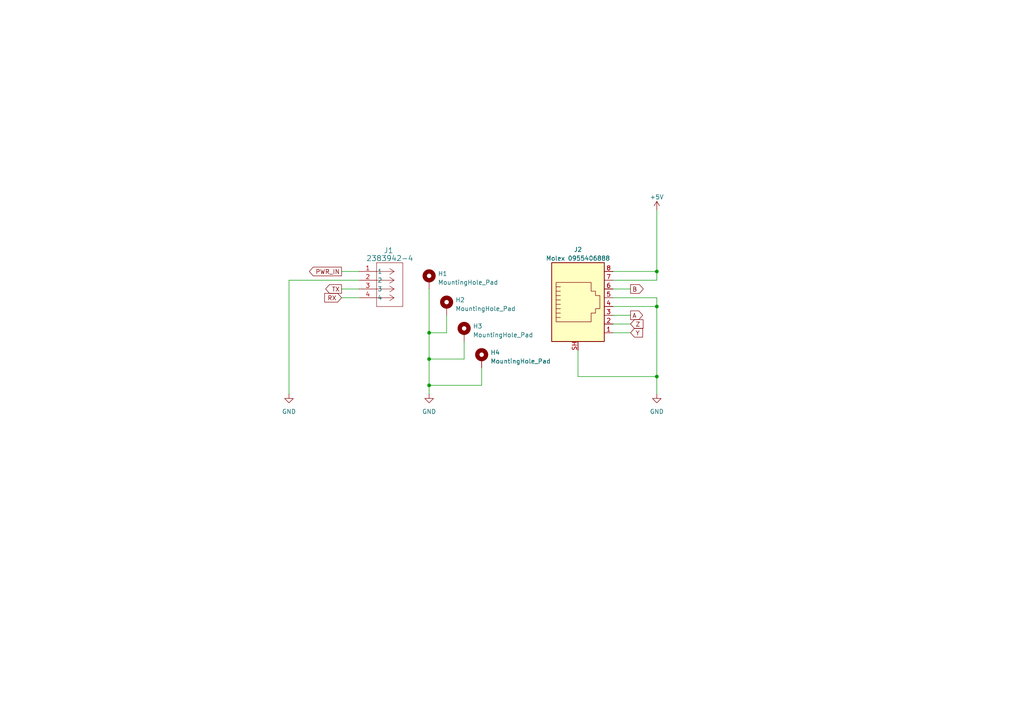
<source format=kicad_sch>
(kicad_sch (version 20230121) (generator eeschema)

  (uuid 8e90bf01-d2d6-4491-b2b7-57995b2389a0)

  (paper "A4")

  (title_block
    (title "M.E.S.S.I Basic")
    (date "2024-01-19")
    (rev "2")
    (company "Desert Shed Studio")
  )

  (lib_symbols
    (symbol "Connector:8P8C_Shielded" (pin_names (offset 1.016)) (in_bom yes) (on_board yes)
      (property "Reference" "J" (at -5.08 13.97 0)
        (effects (font (size 1.27 1.27)) (justify right))
      )
      (property "Value" "8P8C_Shielded" (at 2.54 13.97 0)
        (effects (font (size 1.27 1.27)) (justify left))
      )
      (property "Footprint" "" (at 0 0.635 90)
        (effects (font (size 1.27 1.27)) hide)
      )
      (property "Datasheet" "~" (at 0 0.635 90)
        (effects (font (size 1.27 1.27)) hide)
      )
      (property "ki_keywords" "8P8C RJ socket connector" (at 0 0 0)
        (effects (font (size 1.27 1.27)) hide)
      )
      (property "ki_description" "RJ connector, 8P8C (8 positions 8 connected), RJ31/RJ32/RJ33/RJ34/RJ35/RJ41/RJ45/RJ49/RJ61, Shielded" (at 0 0 0)
        (effects (font (size 1.27 1.27)) hide)
      )
      (property "ki_fp_filters" "8P8C* RJ31* RJ32* RJ33* RJ34* RJ35* RJ41* RJ45* RJ49* RJ61*" (at 0 0 0)
        (effects (font (size 1.27 1.27)) hide)
      )
      (symbol "8P8C_Shielded_0_1"
        (polyline
          (pts
            (xy -5.08 4.445)
            (xy -6.35 4.445)
          )
          (stroke (width 0) (type default))
          (fill (type none))
        )
        (polyline
          (pts
            (xy -5.08 5.715)
            (xy -6.35 5.715)
          )
          (stroke (width 0) (type default))
          (fill (type none))
        )
        (polyline
          (pts
            (xy -6.35 -3.175)
            (xy -5.08 -3.175)
            (xy -5.08 -3.175)
          )
          (stroke (width 0) (type default))
          (fill (type none))
        )
        (polyline
          (pts
            (xy -6.35 -1.905)
            (xy -5.08 -1.905)
            (xy -5.08 -1.905)
          )
          (stroke (width 0) (type default))
          (fill (type none))
        )
        (polyline
          (pts
            (xy -6.35 -0.635)
            (xy -5.08 -0.635)
            (xy -5.08 -0.635)
          )
          (stroke (width 0) (type default))
          (fill (type none))
        )
        (polyline
          (pts
            (xy -6.35 0.635)
            (xy -5.08 0.635)
            (xy -5.08 0.635)
          )
          (stroke (width 0) (type default))
          (fill (type none))
        )
        (polyline
          (pts
            (xy -6.35 1.905)
            (xy -5.08 1.905)
            (xy -5.08 1.905)
          )
          (stroke (width 0) (type default))
          (fill (type none))
        )
        (polyline
          (pts
            (xy -5.08 3.175)
            (xy -6.35 3.175)
            (xy -6.35 3.175)
          )
          (stroke (width 0) (type default))
          (fill (type none))
        )
        (polyline
          (pts
            (xy -6.35 -4.445)
            (xy -6.35 6.985)
            (xy 3.81 6.985)
            (xy 3.81 4.445)
            (xy 5.08 4.445)
            (xy 5.08 3.175)
            (xy 6.35 3.175)
            (xy 6.35 -0.635)
            (xy 5.08 -0.635)
            (xy 5.08 -1.905)
            (xy 3.81 -1.905)
            (xy 3.81 -4.445)
            (xy -6.35 -4.445)
            (xy -6.35 -4.445)
          )
          (stroke (width 0) (type default))
          (fill (type none))
        )
        (rectangle (start 7.62 12.7) (end -7.62 -10.16)
          (stroke (width 0.254) (type default))
          (fill (type background))
        )
      )
      (symbol "8P8C_Shielded_1_1"
        (pin passive line (at 10.16 -7.62 180) (length 2.54)
          (name "~" (effects (font (size 1.27 1.27))))
          (number "1" (effects (font (size 1.27 1.27))))
        )
        (pin passive line (at 10.16 -5.08 180) (length 2.54)
          (name "~" (effects (font (size 1.27 1.27))))
          (number "2" (effects (font (size 1.27 1.27))))
        )
        (pin passive line (at 10.16 -2.54 180) (length 2.54)
          (name "~" (effects (font (size 1.27 1.27))))
          (number "3" (effects (font (size 1.27 1.27))))
        )
        (pin passive line (at 10.16 0 180) (length 2.54)
          (name "~" (effects (font (size 1.27 1.27))))
          (number "4" (effects (font (size 1.27 1.27))))
        )
        (pin passive line (at 10.16 2.54 180) (length 2.54)
          (name "~" (effects (font (size 1.27 1.27))))
          (number "5" (effects (font (size 1.27 1.27))))
        )
        (pin passive line (at 10.16 5.08 180) (length 2.54)
          (name "~" (effects (font (size 1.27 1.27))))
          (number "6" (effects (font (size 1.27 1.27))))
        )
        (pin passive line (at 10.16 7.62 180) (length 2.54)
          (name "~" (effects (font (size 1.27 1.27))))
          (number "7" (effects (font (size 1.27 1.27))))
        )
        (pin passive line (at 10.16 10.16 180) (length 2.54)
          (name "~" (effects (font (size 1.27 1.27))))
          (number "8" (effects (font (size 1.27 1.27))))
        )
        (pin passive line (at 0 -12.7 90) (length 2.54)
          (name "~" (effects (font (size 1.27 1.27))))
          (number "SH" (effects (font (size 1.27 1.27))))
        )
      )
    )
    (symbol "Custom_symbols:TE_2383942-4" (pin_names (offset 0.254)) (in_bom yes) (on_board yes)
      (property "Reference" "J" (at 8.89 6.35 0)
        (effects (font (size 1.524 1.524)))
      )
      (property "Value" "2383942-4" (at 10.16 -15.24 0)
        (effects (font (size 1.524 1.524)) hide)
      )
      (property "Footprint" "Custom_Footprints:TE_23823942-4" (at 7.62 -12.7 0)
        (effects (font (size 1.27 1.27) italic) hide)
      )
      (property "Datasheet" "https://www.te.com/commerce/DocumentDelivery/DDEController?Action=showdoc&DocId=Customer+Drawing%7F2383942%7FA1%7Fpdf%7FEnglish%7FENG_CD_2383942_A1.pdf%7F2383942-4" (at 10.16 -17.78 0)
        (effects (font (size 1.27 1.27) italic) hide)
      )
      (property "ki_keywords" "2383942-4" (at 0 0 0)
        (effects (font (size 1.27 1.27)) hide)
      )
      (property "ki_description" "TE Screw Terminal 4-POS wire to board" (at 0 0 0)
        (effects (font (size 1.27 1.27)) hide)
      )
      (property "ki_fp_filters" "CONN4_2383942-4_TEC" (at 0 0 0)
        (effects (font (size 1.27 1.27)) hide)
      )
      (symbol "TE_2383942-4_1_1"
        (polyline
          (pts
            (xy 5.08 -10.16)
            (xy 12.7 -10.16)
          )
          (stroke (width 0.127) (type default))
          (fill (type none))
        )
        (polyline
          (pts
            (xy 5.08 2.54)
            (xy 5.08 -10.16)
          )
          (stroke (width 0.127) (type default))
          (fill (type none))
        )
        (polyline
          (pts
            (xy 10.16 -7.62)
            (xy 5.08 -7.62)
          )
          (stroke (width 0.127) (type default))
          (fill (type none))
        )
        (polyline
          (pts
            (xy 10.16 -7.62)
            (xy 8.89 -8.4667)
          )
          (stroke (width 0.127) (type default))
          (fill (type none))
        )
        (polyline
          (pts
            (xy 10.16 -7.62)
            (xy 8.89 -6.7733)
          )
          (stroke (width 0.127) (type default))
          (fill (type none))
        )
        (polyline
          (pts
            (xy 10.16 -5.08)
            (xy 5.08 -5.08)
          )
          (stroke (width 0.127) (type default))
          (fill (type none))
        )
        (polyline
          (pts
            (xy 10.16 -5.08)
            (xy 8.89 -5.9267)
          )
          (stroke (width 0.127) (type default))
          (fill (type none))
        )
        (polyline
          (pts
            (xy 10.16 -5.08)
            (xy 8.89 -4.2333)
          )
          (stroke (width 0.127) (type default))
          (fill (type none))
        )
        (polyline
          (pts
            (xy 10.16 -2.54)
            (xy 5.08 -2.54)
          )
          (stroke (width 0.127) (type default))
          (fill (type none))
        )
        (polyline
          (pts
            (xy 10.16 -2.54)
            (xy 8.89 -3.3867)
          )
          (stroke (width 0.127) (type default))
          (fill (type none))
        )
        (polyline
          (pts
            (xy 10.16 -2.54)
            (xy 8.89 -1.6933)
          )
          (stroke (width 0.127) (type default))
          (fill (type none))
        )
        (polyline
          (pts
            (xy 10.16 0)
            (xy 5.08 0)
          )
          (stroke (width 0.127) (type default))
          (fill (type none))
        )
        (polyline
          (pts
            (xy 10.16 0)
            (xy 8.89 -0.8467)
          )
          (stroke (width 0.127) (type default))
          (fill (type none))
        )
        (polyline
          (pts
            (xy 10.16 0)
            (xy 8.89 0.8467)
          )
          (stroke (width 0.127) (type default))
          (fill (type none))
        )
        (polyline
          (pts
            (xy 12.7 -10.16)
            (xy 12.7 2.54)
          )
          (stroke (width 0.127) (type default))
          (fill (type none))
        )
        (polyline
          (pts
            (xy 12.7 2.54)
            (xy 5.08 2.54)
          )
          (stroke (width 0.127) (type default))
          (fill (type none))
        )
        (pin power_out line (at 0 0 0) (length 5.08)
          (name "1" (effects (font (size 1.27 1.27))))
          (number "1" (effects (font (size 1.27 1.27))))
        )
        (pin power_out line (at 0 -2.54 0) (length 5.08)
          (name "2" (effects (font (size 1.27 1.27))))
          (number "2" (effects (font (size 1.27 1.27))))
        )
        (pin bidirectional line (at 0 -5.08 0) (length 5.08)
          (name "3" (effects (font (size 1.27 1.27))))
          (number "3" (effects (font (size 1.27 1.27))))
        )
        (pin bidirectional line (at 0 -7.62 0) (length 5.08)
          (name "4" (effects (font (size 1.27 1.27))))
          (number "4" (effects (font (size 1.27 1.27))))
        )
      )
      (symbol "TE_2383942-4_1_2"
        (polyline
          (pts
            (xy 5.08 -10.16)
            (xy 12.7 -10.16)
          )
          (stroke (width 0.127) (type default))
          (fill (type none))
        )
        (polyline
          (pts
            (xy 5.08 2.54)
            (xy 5.08 -10.16)
          )
          (stroke (width 0.127) (type default))
          (fill (type none))
        )
        (polyline
          (pts
            (xy 7.62 -7.62)
            (xy 5.08 -7.62)
          )
          (stroke (width 0.127) (type default))
          (fill (type none))
        )
        (polyline
          (pts
            (xy 7.62 -7.62)
            (xy 8.89 -8.4667)
          )
          (stroke (width 0.127) (type default))
          (fill (type none))
        )
        (polyline
          (pts
            (xy 7.62 -7.62)
            (xy 8.89 -6.7733)
          )
          (stroke (width 0.127) (type default))
          (fill (type none))
        )
        (polyline
          (pts
            (xy 7.62 -5.08)
            (xy 5.08 -5.08)
          )
          (stroke (width 0.127) (type default))
          (fill (type none))
        )
        (polyline
          (pts
            (xy 7.62 -5.08)
            (xy 8.89 -5.9267)
          )
          (stroke (width 0.127) (type default))
          (fill (type none))
        )
        (polyline
          (pts
            (xy 7.62 -5.08)
            (xy 8.89 -4.2333)
          )
          (stroke (width 0.127) (type default))
          (fill (type none))
        )
        (polyline
          (pts
            (xy 7.62 -2.54)
            (xy 5.08 -2.54)
          )
          (stroke (width 0.127) (type default))
          (fill (type none))
        )
        (polyline
          (pts
            (xy 7.62 -2.54)
            (xy 8.89 -3.3867)
          )
          (stroke (width 0.127) (type default))
          (fill (type none))
        )
        (polyline
          (pts
            (xy 7.62 -2.54)
            (xy 8.89 -1.6933)
          )
          (stroke (width 0.127) (type default))
          (fill (type none))
        )
        (polyline
          (pts
            (xy 7.62 0)
            (xy 5.08 0)
          )
          (stroke (width 0.127) (type default))
          (fill (type none))
        )
        (polyline
          (pts
            (xy 7.62 0)
            (xy 8.89 -0.8467)
          )
          (stroke (width 0.127) (type default))
          (fill (type none))
        )
        (polyline
          (pts
            (xy 7.62 0)
            (xy 8.89 0.8467)
          )
          (stroke (width 0.127) (type default))
          (fill (type none))
        )
        (polyline
          (pts
            (xy 12.7 -10.16)
            (xy 12.7 2.54)
          )
          (stroke (width 0.127) (type default))
          (fill (type none))
        )
        (polyline
          (pts
            (xy 12.7 2.54)
            (xy 5.08 2.54)
          )
          (stroke (width 0.127) (type default))
          (fill (type none))
        )
        (pin unspecified line (at 0 0 0) (length 5.08)
          (name "1" (effects (font (size 1.27 1.27))))
          (number "1" (effects (font (size 1.27 1.27))))
        )
        (pin unspecified line (at 0 -2.54 0) (length 5.08)
          (name "2" (effects (font (size 1.27 1.27))))
          (number "2" (effects (font (size 1.27 1.27))))
        )
        (pin unspecified line (at 0 -5.08 0) (length 5.08)
          (name "3" (effects (font (size 1.27 1.27))))
          (number "3" (effects (font (size 1.27 1.27))))
        )
        (pin unspecified line (at 0 -7.62 0) (length 5.08)
          (name "4" (effects (font (size 1.27 1.27))))
          (number "4" (effects (font (size 1.27 1.27))))
        )
      )
    )
    (symbol "Mechanical:MountingHole_Pad" (pin_numbers hide) (pin_names (offset 1.016) hide) (in_bom yes) (on_board yes)
      (property "Reference" "H" (at 0 6.35 0)
        (effects (font (size 1.27 1.27)))
      )
      (property "Value" "MountingHole_Pad" (at 0 4.445 0)
        (effects (font (size 1.27 1.27)))
      )
      (property "Footprint" "" (at 0 0 0)
        (effects (font (size 1.27 1.27)) hide)
      )
      (property "Datasheet" "~" (at 0 0 0)
        (effects (font (size 1.27 1.27)) hide)
      )
      (property "ki_keywords" "mounting hole" (at 0 0 0)
        (effects (font (size 1.27 1.27)) hide)
      )
      (property "ki_description" "Mounting Hole with connection" (at 0 0 0)
        (effects (font (size 1.27 1.27)) hide)
      )
      (property "ki_fp_filters" "MountingHole*Pad*" (at 0 0 0)
        (effects (font (size 1.27 1.27)) hide)
      )
      (symbol "MountingHole_Pad_0_1"
        (circle (center 0 1.27) (radius 1.27)
          (stroke (width 1.27) (type default))
          (fill (type none))
        )
      )
      (symbol "MountingHole_Pad_1_1"
        (pin input line (at 0 -2.54 90) (length 2.54)
          (name "1" (effects (font (size 1.27 1.27))))
          (number "1" (effects (font (size 1.27 1.27))))
        )
      )
    )
    (symbol "power:+5V" (power) (pin_names (offset 0)) (in_bom yes) (on_board yes)
      (property "Reference" "#PWR" (at 0 -3.81 0)
        (effects (font (size 1.27 1.27)) hide)
      )
      (property "Value" "+5V" (at 0 3.556 0)
        (effects (font (size 1.27 1.27)))
      )
      (property "Footprint" "" (at 0 0 0)
        (effects (font (size 1.27 1.27)) hide)
      )
      (property "Datasheet" "" (at 0 0 0)
        (effects (font (size 1.27 1.27)) hide)
      )
      (property "ki_keywords" "global power" (at 0 0 0)
        (effects (font (size 1.27 1.27)) hide)
      )
      (property "ki_description" "Power symbol creates a global label with name \"+5V\"" (at 0 0 0)
        (effects (font (size 1.27 1.27)) hide)
      )
      (symbol "+5V_0_1"
        (polyline
          (pts
            (xy -0.762 1.27)
            (xy 0 2.54)
          )
          (stroke (width 0) (type default))
          (fill (type none))
        )
        (polyline
          (pts
            (xy 0 0)
            (xy 0 2.54)
          )
          (stroke (width 0) (type default))
          (fill (type none))
        )
        (polyline
          (pts
            (xy 0 2.54)
            (xy 0.762 1.27)
          )
          (stroke (width 0) (type default))
          (fill (type none))
        )
      )
      (symbol "+5V_1_1"
        (pin power_in line (at 0 0 90) (length 0) hide
          (name "+5V" (effects (font (size 1.27 1.27))))
          (number "1" (effects (font (size 1.27 1.27))))
        )
      )
    )
    (symbol "power:GND" (power) (pin_names (offset 0)) (in_bom yes) (on_board yes)
      (property "Reference" "#PWR" (at 0 -6.35 0)
        (effects (font (size 1.27 1.27)) hide)
      )
      (property "Value" "GND" (at 0 -3.81 0)
        (effects (font (size 1.27 1.27)))
      )
      (property "Footprint" "" (at 0 0 0)
        (effects (font (size 1.27 1.27)) hide)
      )
      (property "Datasheet" "" (at 0 0 0)
        (effects (font (size 1.27 1.27)) hide)
      )
      (property "ki_keywords" "global power" (at 0 0 0)
        (effects (font (size 1.27 1.27)) hide)
      )
      (property "ki_description" "Power symbol creates a global label with name \"GND\" , ground" (at 0 0 0)
        (effects (font (size 1.27 1.27)) hide)
      )
      (symbol "GND_0_1"
        (polyline
          (pts
            (xy 0 0)
            (xy 0 -1.27)
            (xy 1.27 -1.27)
            (xy 0 -2.54)
            (xy -1.27 -1.27)
            (xy 0 -1.27)
          )
          (stroke (width 0) (type default))
          (fill (type none))
        )
      )
      (symbol "GND_1_1"
        (pin power_in line (at 0 0 270) (length 0) hide
          (name "GND" (effects (font (size 1.27 1.27))))
          (number "1" (effects (font (size 1.27 1.27))))
        )
      )
    )
  )

  (junction (at 190.5 109.22) (diameter 0) (color 0 0 0 0)
    (uuid 318c77a5-77dc-47dc-9609-8ba23d6ac58f)
  )
  (junction (at 124.46 104.14) (diameter 0) (color 0 0 0 0)
    (uuid 40a85a1c-0254-4a09-aa77-e0b98f33327b)
  )
  (junction (at 124.46 111.76) (diameter 0) (color 0 0 0 0)
    (uuid 9324ced1-a06e-4a72-8e2a-865013ff65d2)
  )
  (junction (at 190.5 78.74) (diameter 0) (color 0 0 0 0)
    (uuid a63703d5-38cd-4915-8aaa-f104fbcab27b)
  )
  (junction (at 124.46 96.52) (diameter 0) (color 0 0 0 0)
    (uuid b6c6f1bf-fe93-4292-acb5-5680a59fb591)
  )
  (junction (at 190.5 88.9) (diameter 0) (color 0 0 0 0)
    (uuid db7ee41d-b0f4-4e49-88a6-7e6bbe3eb319)
  )

  (wire (pts (xy 124.46 111.76) (xy 124.46 114.3))
    (stroke (width 0) (type default))
    (uuid 04fa95df-337f-4086-919a-90bcc2c16ff5)
  )
  (wire (pts (xy 99.06 83.82) (xy 104.14 83.82))
    (stroke (width 0) (type default))
    (uuid 08c96e3e-8678-4f8b-9002-8eae4f6093ad)
  )
  (wire (pts (xy 167.64 101.6) (xy 167.64 109.22))
    (stroke (width 0) (type default))
    (uuid 0af9cbb7-c3bd-45d1-9725-88b362532cca)
  )
  (wire (pts (xy 139.7 106.68) (xy 139.7 111.76))
    (stroke (width 0) (type default))
    (uuid 109df421-f4b7-49e1-ac81-053368a9af80)
  )
  (wire (pts (xy 129.54 96.52) (xy 124.46 96.52))
    (stroke (width 0) (type default))
    (uuid 14ef3f91-f133-4b16-83b6-af9f5b6bb4a9)
  )
  (wire (pts (xy 83.82 81.28) (xy 83.82 114.3))
    (stroke (width 0) (type default))
    (uuid 167760c2-357b-4285-aecb-2a18d3955241)
  )
  (wire (pts (xy 177.8 96.52) (xy 182.88 96.52))
    (stroke (width 0) (type default))
    (uuid 1d5b4ae5-a3f6-48da-84a4-2ce20e5d0358)
  )
  (wire (pts (xy 99.06 78.74) (xy 104.14 78.74))
    (stroke (width 0) (type default))
    (uuid 22770d7b-49d6-4117-b1d7-e7217b68cbd3)
  )
  (wire (pts (xy 134.62 99.06) (xy 134.62 104.14))
    (stroke (width 0) (type default))
    (uuid 244fcca4-14c6-4f21-a36e-dc916b7975b9)
  )
  (wire (pts (xy 190.5 86.36) (xy 190.5 88.9))
    (stroke (width 0) (type default))
    (uuid 33d714d9-bd24-4c17-a0bb-46f5eef95611)
  )
  (wire (pts (xy 190.5 109.22) (xy 190.5 114.3))
    (stroke (width 0) (type default))
    (uuid 3792b3fb-fd83-47e7-b2c2-48bcc46f6ac0)
  )
  (wire (pts (xy 124.46 104.14) (xy 124.46 111.76))
    (stroke (width 0) (type default))
    (uuid 4d0ba2de-b7cc-473d-9a16-8d990569f42d)
  )
  (wire (pts (xy 177.8 88.9) (xy 190.5 88.9))
    (stroke (width 0) (type default))
    (uuid 4dc49dfd-b63a-42e4-b2ad-23d4ee76e498)
  )
  (wire (pts (xy 177.8 81.28) (xy 190.5 81.28))
    (stroke (width 0) (type default))
    (uuid 58314781-bd64-4195-bb45-673cc99b2841)
  )
  (wire (pts (xy 177.8 78.74) (xy 190.5 78.74))
    (stroke (width 0) (type default))
    (uuid 6ed1c1cd-0e32-4ecf-a1f2-c78b356d096b)
  )
  (wire (pts (xy 177.8 83.82) (xy 182.88 83.82))
    (stroke (width 0) (type default))
    (uuid 75ae4545-427e-42ae-aef3-04e312da8d80)
  )
  (wire (pts (xy 129.54 91.44) (xy 129.54 96.52))
    (stroke (width 0) (type default))
    (uuid 8babfebb-9536-481f-a01f-af86c67522d1)
  )
  (wire (pts (xy 177.8 86.36) (xy 190.5 86.36))
    (stroke (width 0) (type default))
    (uuid 95140775-7881-4c0d-96cf-df6e87d26272)
  )
  (wire (pts (xy 177.8 93.98) (xy 182.88 93.98))
    (stroke (width 0) (type default))
    (uuid a25dbb6f-5796-4711-92f8-9789221ab261)
  )
  (wire (pts (xy 124.46 83.82) (xy 124.46 96.52))
    (stroke (width 0) (type default))
    (uuid ad8807fe-bb21-4745-8331-30252a75a120)
  )
  (wire (pts (xy 99.06 86.36) (xy 104.14 86.36))
    (stroke (width 0) (type default))
    (uuid ae318bde-4f05-446e-aaed-0d049298bc36)
  )
  (wire (pts (xy 190.5 78.74) (xy 190.5 81.28))
    (stroke (width 0) (type default))
    (uuid b099117c-8772-4316-b1cc-576b06c16f4a)
  )
  (wire (pts (xy 190.5 60.96) (xy 190.5 78.74))
    (stroke (width 0) (type default))
    (uuid b81112af-f1eb-4e2b-96b9-21b4163582ee)
  )
  (wire (pts (xy 134.62 104.14) (xy 124.46 104.14))
    (stroke (width 0) (type default))
    (uuid bbf21acb-6a3a-49af-90aa-e3ae2076ce0b)
  )
  (wire (pts (xy 167.64 109.22) (xy 190.5 109.22))
    (stroke (width 0) (type default))
    (uuid c402889e-27e5-4b24-9dff-161f4b8a011d)
  )
  (wire (pts (xy 124.46 96.52) (xy 124.46 104.14))
    (stroke (width 0) (type default))
    (uuid c58f9d1c-9eb0-42ed-a677-5f10b1bde985)
  )
  (wire (pts (xy 139.7 111.76) (xy 124.46 111.76))
    (stroke (width 0) (type default))
    (uuid d6870b0f-31e5-43a6-bd33-df1448585cf3)
  )
  (wire (pts (xy 104.14 81.28) (xy 83.82 81.28))
    (stroke (width 0) (type default))
    (uuid da6172d9-6ca4-4454-a1c5-42a3e8384af0)
  )
  (wire (pts (xy 177.8 91.44) (xy 182.88 91.44))
    (stroke (width 0) (type default))
    (uuid ef7a9f4f-378f-49aa-92a7-123718e0ba92)
  )
  (wire (pts (xy 190.5 88.9) (xy 190.5 109.22))
    (stroke (width 0) (type default))
    (uuid fcbe1491-c830-4108-b0ed-a4e8ab197106)
  )

  (global_label "B" (shape output) (at 182.88 83.82 0) (fields_autoplaced)
    (effects (font (size 1.27 1.27)) (justify left))
    (uuid 39c8292f-a3d5-4081-97ca-7ad26bd6e64a)
    (property "Intersheetrefs" "${INTERSHEET_REFS}" (at 186.5631 83.8994 0)
      (effects (font (size 1.27 1.27)) (justify left) hide)
    )
  )
  (global_label "Y" (shape input) (at 182.88 96.52 0) (fields_autoplaced)
    (effects (font (size 1.27 1.27)) (justify left))
    (uuid 4e70f2fa-c71d-4df8-8c81-9c0a19b8ada5)
    (property "Intersheetrefs" "${INTERSHEET_REFS}" (at 186.3817 96.4406 0)
      (effects (font (size 1.27 1.27)) (justify left) hide)
    )
  )
  (global_label "Z" (shape input) (at 182.88 93.98 0) (fields_autoplaced)
    (effects (font (size 1.27 1.27)) (justify left))
    (uuid 6d2fb6b9-c492-485a-a6c9-4f1acb03cce3)
    (property "Intersheetrefs" "${INTERSHEET_REFS}" (at 186.5026 93.9006 0)
      (effects (font (size 1.27 1.27)) (justify left) hide)
    )
  )
  (global_label "RX" (shape input) (at 99.06 86.36 180) (fields_autoplaced)
    (effects (font (size 1.27 1.27)) (justify right))
    (uuid 73593d49-b5ce-49e9-8694-a78c74944b06)
    (property "Intersheetrefs" "${INTERSHEET_REFS}" (at 93.6747 86.36 0)
      (effects (font (size 1.27 1.27)) (justify right) hide)
    )
  )
  (global_label "A" (shape output) (at 182.88 91.44 0) (fields_autoplaced)
    (effects (font (size 1.27 1.27)) (justify left))
    (uuid 8784ce95-0247-41d3-8e11-60aa5195ea2d)
    (property "Intersheetrefs" "${INTERSHEET_REFS}" (at 186.3817 91.3606 0)
      (effects (font (size 1.27 1.27)) (justify left) hide)
    )
  )
  (global_label "TX" (shape output) (at 99.06 83.82 180) (fields_autoplaced)
    (effects (font (size 1.27 1.27)) (justify right))
    (uuid ba0cf791-9f15-4a35-839a-36667e218d25)
    (property "Intersheetrefs" "${INTERSHEET_REFS}" (at 93.9771 83.82 0)
      (effects (font (size 1.27 1.27)) (justify right) hide)
    )
  )
  (global_label "PWR_IN" (shape output) (at 99.06 78.74 180) (fields_autoplaced)
    (effects (font (size 1.27 1.27)) (justify right))
    (uuid dad4a97e-e37e-4509-a7ee-1b0ddb397087)
    (property "Intersheetrefs" "${INTERSHEET_REFS}" (at 89.2599 78.74 0)
      (effects (font (size 1.27 1.27)) (justify right) hide)
    )
  )

  (symbol (lib_id "power:GND") (at 190.5 114.3 0) (unit 1)
    (in_bom yes) (on_board yes) (dnp no) (fields_autoplaced)
    (uuid 052572d3-995d-4ee7-a878-890ec7ff81d5)
    (property "Reference" "#PWR010" (at 190.5 120.65 0)
      (effects (font (size 1.27 1.27)) hide)
    )
    (property "Value" "GND" (at 190.5 119.38 0)
      (effects (font (size 1.27 1.27)))
    )
    (property "Footprint" "" (at 190.5 114.3 0)
      (effects (font (size 1.27 1.27)) hide)
    )
    (property "Datasheet" "" (at 190.5 114.3 0)
      (effects (font (size 1.27 1.27)) hide)
    )
    (pin "1" (uuid 126137e4-3289-403d-acaa-e46581a305ad))
    (instances
      (project "M.E.S.S.I Basic"
        (path "/0f80d380-865a-4d3e-97a4-ceb95fb0399b/3d8e968b-89f2-4b97-bdb7-4a5a9d698d2c"
          (reference "#PWR010") (unit 1)
        )
      )
    )
  )

  (symbol (lib_id "Mechanical:MountingHole_Pad") (at 134.62 96.52 0) (unit 1)
    (in_bom yes) (on_board yes) (dnp no) (fields_autoplaced)
    (uuid 1f154108-042f-48b6-80a8-8ff8b6a4d72e)
    (property "Reference" "H3" (at 137.16 94.615 0)
      (effects (font (size 1.27 1.27)) (justify left))
    )
    (property "Value" "MountingHole_Pad" (at 137.16 97.155 0)
      (effects (font (size 1.27 1.27)) (justify left))
    )
    (property "Footprint" "MountingHole:MountingHole_2.7mm_M2.5_Pad_Via" (at 134.62 96.52 0)
      (effects (font (size 1.27 1.27)) hide)
    )
    (property "Datasheet" "~" (at 134.62 96.52 0)
      (effects (font (size 1.27 1.27)) hide)
    )
    (pin "1" (uuid 2859a8ff-d670-4db1-81ac-c418145c14bf))
    (instances
      (project "M.E.S.S.I Basic"
        (path "/0f80d380-865a-4d3e-97a4-ceb95fb0399b/3d8e968b-89f2-4b97-bdb7-4a5a9d698d2c"
          (reference "H3") (unit 1)
        )
      )
    )
  )

  (symbol (lib_id "Connector:8P8C_Shielded") (at 167.64 88.9 0) (unit 1)
    (in_bom yes) (on_board yes) (dnp no) (fields_autoplaced)
    (uuid 395f3751-29d2-4f66-9217-f591ac0fb7fb)
    (property "Reference" "J2" (at 167.64 72.39 0)
      (effects (font (size 1.27 1.27)))
    )
    (property "Value" "Molex 0955406888" (at 167.64 74.93 0)
      (effects (font (size 1.27 1.27)))
    )
    (property "Footprint" "Custom_Footprints:Molex_0955406888" (at 167.64 88.265 90)
      (effects (font (size 1.27 1.27)) hide)
    )
    (property "Datasheet" "~" (at 167.64 88.265 90)
      (effects (font (size 1.27 1.27)) hide)
    )
    (pin "1" (uuid 9759c303-9e87-402d-903e-97259288dda6))
    (pin "2" (uuid ee8a716b-1876-459d-91d7-25f76aa06e28))
    (pin "3" (uuid 21c94695-e417-46b9-83c5-5191cb3709e3))
    (pin "4" (uuid e7902258-a2cf-4664-8fcf-83872d79c305))
    (pin "5" (uuid 6b519f6e-eca1-4540-8931-1b203c03060a))
    (pin "6" (uuid fc607edc-f548-4774-93cc-9b4a375fcd37))
    (pin "7" (uuid cb6db6f2-4981-4ea5-b1e8-c91210c9df5c))
    (pin "8" (uuid 0efbc230-d3cd-4ae2-a6b0-93ea0dbbce84))
    (pin "SH" (uuid c3968d0e-ea25-4df3-852c-3fa02b2cb509))
    (instances
      (project "M.E.S.S.I Basic"
        (path "/0f80d380-865a-4d3e-97a4-ceb95fb0399b/3d8e968b-89f2-4b97-bdb7-4a5a9d698d2c"
          (reference "J2") (unit 1)
        )
      )
    )
  )

  (symbol (lib_id "power:GND") (at 124.46 114.3 0) (unit 1)
    (in_bom yes) (on_board yes) (dnp no) (fields_autoplaced)
    (uuid 3e636ae8-48d3-423e-acc8-540c47094037)
    (property "Reference" "#PWR09" (at 124.46 120.65 0)
      (effects (font (size 1.27 1.27)) hide)
    )
    (property "Value" "GND" (at 124.46 119.38 0)
      (effects (font (size 1.27 1.27)))
    )
    (property "Footprint" "" (at 124.46 114.3 0)
      (effects (font (size 1.27 1.27)) hide)
    )
    (property "Datasheet" "" (at 124.46 114.3 0)
      (effects (font (size 1.27 1.27)) hide)
    )
    (pin "1" (uuid 128114d2-bbed-4542-ad16-66584d1d5d43))
    (instances
      (project "M.E.S.S.I Basic"
        (path "/0f80d380-865a-4d3e-97a4-ceb95fb0399b/3d8e968b-89f2-4b97-bdb7-4a5a9d698d2c"
          (reference "#PWR09") (unit 1)
        )
      )
    )
  )

  (symbol (lib_id "Mechanical:MountingHole_Pad") (at 124.46 81.28 0) (unit 1)
    (in_bom yes) (on_board yes) (dnp no) (fields_autoplaced)
    (uuid 4101e666-8f87-4357-951f-d5587353ef54)
    (property "Reference" "H1" (at 127 79.375 0)
      (effects (font (size 1.27 1.27)) (justify left))
    )
    (property "Value" "MountingHole_Pad" (at 127 81.915 0)
      (effects (font (size 1.27 1.27)) (justify left))
    )
    (property "Footprint" "MountingHole:MountingHole_2.7mm_M2.5_Pad_Via" (at 124.46 81.28 0)
      (effects (font (size 1.27 1.27)) hide)
    )
    (property "Datasheet" "~" (at 124.46 81.28 0)
      (effects (font (size 1.27 1.27)) hide)
    )
    (pin "1" (uuid 29c16bbb-35a2-4581-855c-0f3fbc7a6996))
    (instances
      (project "M.E.S.S.I Basic"
        (path "/0f80d380-865a-4d3e-97a4-ceb95fb0399b/3d8e968b-89f2-4b97-bdb7-4a5a9d698d2c"
          (reference "H1") (unit 1)
        )
      )
    )
  )

  (symbol (lib_id "Mechanical:MountingHole_Pad") (at 139.7 104.14 0) (unit 1)
    (in_bom yes) (on_board yes) (dnp no) (fields_autoplaced)
    (uuid 5275a85b-34e7-4074-a378-122e80b89e62)
    (property "Reference" "H4" (at 142.24 102.235 0)
      (effects (font (size 1.27 1.27)) (justify left))
    )
    (property "Value" "MountingHole_Pad" (at 142.24 104.775 0)
      (effects (font (size 1.27 1.27)) (justify left))
    )
    (property "Footprint" "MountingHole:MountingHole_2.7mm_M2.5_Pad_Via" (at 139.7 104.14 0)
      (effects (font (size 1.27 1.27)) hide)
    )
    (property "Datasheet" "~" (at 139.7 104.14 0)
      (effects (font (size 1.27 1.27)) hide)
    )
    (pin "1" (uuid 3129a150-8c2e-486a-821d-06af41554a6b))
    (instances
      (project "M.E.S.S.I Basic"
        (path "/0f80d380-865a-4d3e-97a4-ceb95fb0399b/3d8e968b-89f2-4b97-bdb7-4a5a9d698d2c"
          (reference "H4") (unit 1)
        )
      )
    )
  )

  (symbol (lib_id "power:GND") (at 83.82 114.3 0) (unit 1)
    (in_bom yes) (on_board yes) (dnp no) (fields_autoplaced)
    (uuid 5343d875-64fa-4ff9-8a4c-02cde3902ad3)
    (property "Reference" "#PWR08" (at 83.82 120.65 0)
      (effects (font (size 1.27 1.27)) hide)
    )
    (property "Value" "GND" (at 83.82 119.38 0)
      (effects (font (size 1.27 1.27)))
    )
    (property "Footprint" "" (at 83.82 114.3 0)
      (effects (font (size 1.27 1.27)) hide)
    )
    (property "Datasheet" "" (at 83.82 114.3 0)
      (effects (font (size 1.27 1.27)) hide)
    )
    (pin "1" (uuid 7cceef12-57e9-4eb9-a282-d686050136fe))
    (instances
      (project "M.E.S.S.I Basic"
        (path "/0f80d380-865a-4d3e-97a4-ceb95fb0399b/3d8e968b-89f2-4b97-bdb7-4a5a9d698d2c"
          (reference "#PWR08") (unit 1)
        )
      )
    )
  )

  (symbol (lib_id "Custom_symbols:TE_2383942-4") (at 104.14 78.74 0) (unit 1)
    (in_bom yes) (on_board yes) (dnp no)
    (uuid 7c3b56a0-93ba-4641-8dfb-11d5b60c31fd)
    (property "Reference" "J1" (at 111.252 72.644 0)
      (effects (font (size 1.524 1.524)) (justify left))
    )
    (property "Value" "2383942-4" (at 106.172 74.93 0)
      (effects (font (size 1.524 1.524)) (justify left))
    )
    (property "Footprint" "Custom_Footprints:TE_23823942-4" (at 111.76 91.44 0)
      (effects (font (size 1.27 1.27) italic) hide)
    )
    (property "Datasheet" "https://www.te.com/commerce/DocumentDelivery/DDEController?Action=showdoc&DocId=Customer+Drawing%7F2383942%7FA1%7Fpdf%7FEnglish%7FENG_CD_2383942_A1.pdf%7F2383942-4" (at 114.3 96.52 0)
      (effects (font (size 1.27 1.27) italic) hide)
    )
    (pin "1" (uuid 26d07fd6-bb8a-45b0-b2ee-86a4343f28b2))
    (pin "2" (uuid 6677388a-f490-407b-b3da-241faa4d1dbb))
    (pin "3" (uuid 7500cabe-5767-4403-a968-c506f77c892c))
    (pin "4" (uuid e0ee5999-3ae9-4348-a11b-1acee8606c58))
    (instances
      (project "M.E.S.S.I Basic"
        (path "/0f80d380-865a-4d3e-97a4-ceb95fb0399b/3d8e968b-89f2-4b97-bdb7-4a5a9d698d2c"
          (reference "J1") (unit 1)
        )
      )
    )
  )

  (symbol (lib_id "power:+5V") (at 190.5 60.96 0) (unit 1)
    (in_bom yes) (on_board yes) (dnp no) (fields_autoplaced)
    (uuid 8da4e8b7-7676-46ac-bc78-bced6fa9494c)
    (property "Reference" "#PWR07" (at 190.5 64.77 0)
      (effects (font (size 1.27 1.27)) hide)
    )
    (property "Value" "+5V" (at 190.5 57.15 0)
      (effects (font (size 1.27 1.27)))
    )
    (property "Footprint" "" (at 190.5 60.96 0)
      (effects (font (size 1.27 1.27)) hide)
    )
    (property "Datasheet" "" (at 190.5 60.96 0)
      (effects (font (size 1.27 1.27)) hide)
    )
    (pin "1" (uuid f4d50ce7-5cbe-43a4-9382-2f9096f31339))
    (instances
      (project "M.E.S.S.I Basic"
        (path "/0f80d380-865a-4d3e-97a4-ceb95fb0399b/3d8e968b-89f2-4b97-bdb7-4a5a9d698d2c"
          (reference "#PWR07") (unit 1)
        )
      )
    )
  )

  (symbol (lib_id "Mechanical:MountingHole_Pad") (at 129.54 88.9 0) (unit 1)
    (in_bom yes) (on_board yes) (dnp no) (fields_autoplaced)
    (uuid f2c56e6d-ae34-4cb6-9619-4262dca6b15e)
    (property "Reference" "H2" (at 132.08 86.995 0)
      (effects (font (size 1.27 1.27)) (justify left))
    )
    (property "Value" "MountingHole_Pad" (at 132.08 89.535 0)
      (effects (font (size 1.27 1.27)) (justify left))
    )
    (property "Footprint" "MountingHole:MountingHole_2.7mm_M2.5_Pad_Via" (at 129.54 88.9 0)
      (effects (font (size 1.27 1.27)) hide)
    )
    (property "Datasheet" "~" (at 129.54 88.9 0)
      (effects (font (size 1.27 1.27)) hide)
    )
    (pin "1" (uuid f88a4324-3b77-4206-b775-8d7c4afb1307))
    (instances
      (project "M.E.S.S.I Basic"
        (path "/0f80d380-865a-4d3e-97a4-ceb95fb0399b/3d8e968b-89f2-4b97-bdb7-4a5a9d698d2c"
          (reference "H2") (unit 1)
        )
      )
    )
  )
)

</source>
